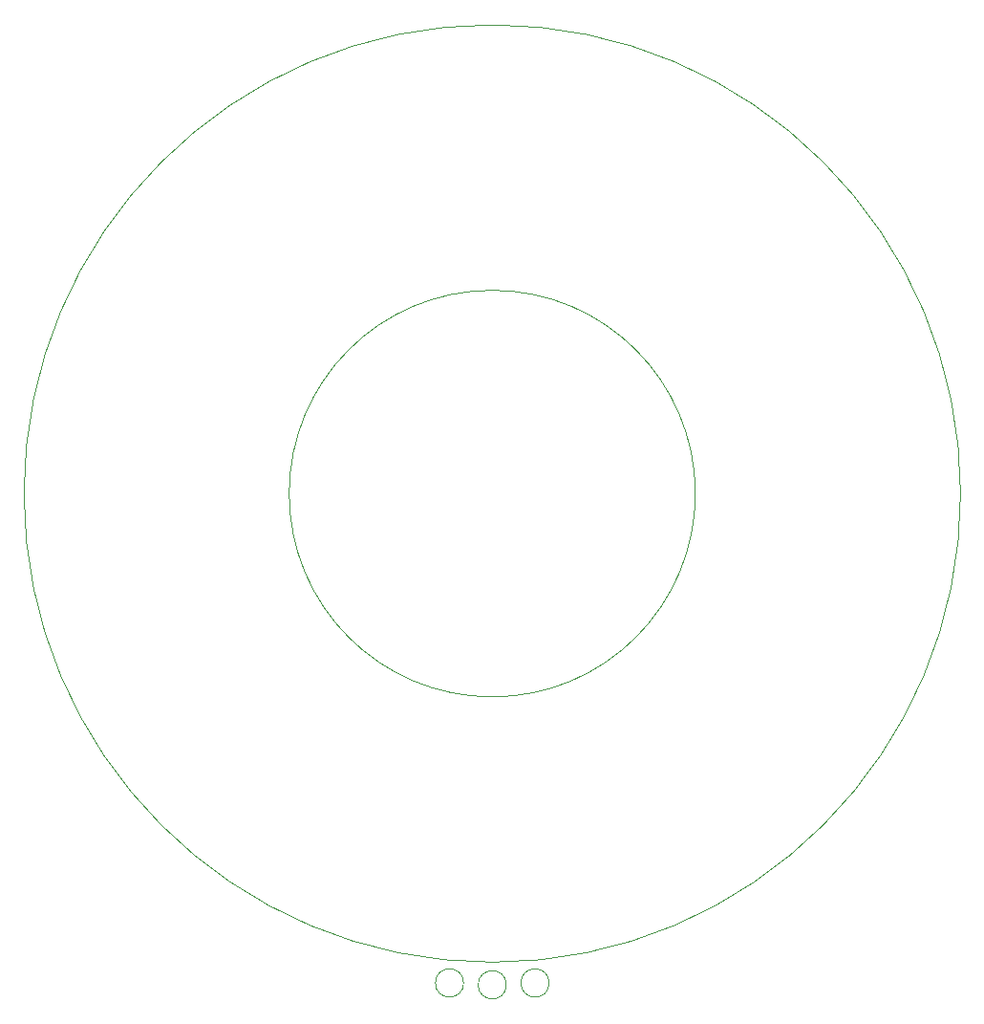
<source format=gbr>
%TF.GenerationSoftware,KiCad,Pcbnew,6.0.5*%
%TF.CreationDate,2022-11-15T19:58:42+01:00*%
%TF.ProjectId,kimotor-project,6b696d6f-746f-4722-9d70-726f6a656374,rev?*%
%TF.SameCoordinates,Original*%
%TF.FileFunction,Legend,Top*%
%TF.FilePolarity,Positive*%
%FSLAX46Y46*%
G04 Gerber Fmt 4.6, Leading zero omitted, Abs format (unit mm)*
G04 Created by KiCad (PCBNEW 6.0.5) date 2022-11-15 19:58:42*
%MOMM*%
%LPD*%
G01*
G04 APERTURE LIST*
%ADD10C,0.100000*%
%ADD11C,0.150000*%
%ADD12C,0.120000*%
G04 APERTURE END LIST*
D10*
X18000000Y0D02*
G75*
G03*
X18000000Y0I-18000000J0D01*
G01*
X41500000Y0D02*
G75*
G03*
X41500000Y0I-41500000J0D01*
G01*
D11*
%TO.C,*%
D12*
X-2540275Y-43334469D02*
G75*
G03*
X-2540275Y-43334469I-1250999J0D01*
G01*
X1250999Y-43500000D02*
G75*
G03*
X1250999Y-43500000I-1250999J0D01*
G01*
X5042273Y-43334469D02*
G75*
G03*
X5042273Y-43334469I-1250999J0D01*
G01*
%TD*%
M02*

</source>
